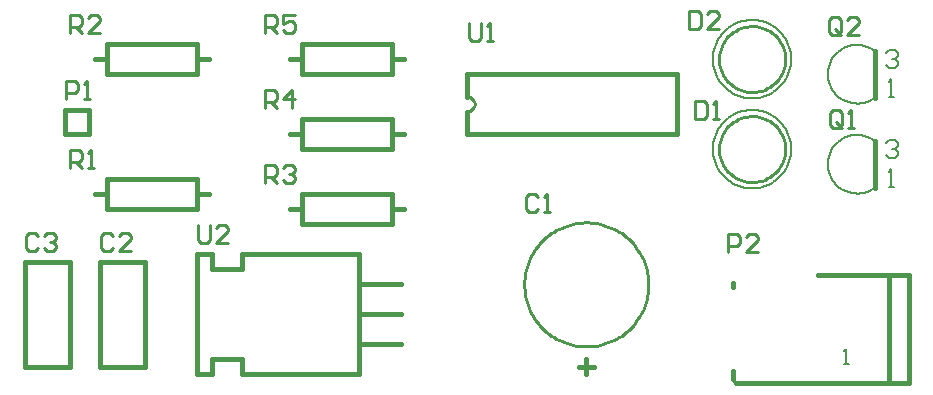
<source format=gto>
G04*
G04 #@! TF.GenerationSoftware,Altium Limited,Altium Designer,24.1.2 (44)*
G04*
G04 Layer_Color=65535*
%FSLAX44Y44*%
%MOMM*%
G71*
G04*
G04 #@! TF.SameCoordinates,46E7BA1B-DEE9-4666-83E5-56E7B7A1CBDE*
G04*
G04*
G04 #@! TF.FilePolarity,Positive*
G04*
G01*
G75*
%ADD10C,0.2500*%
%ADD11C,0.2540*%
%ADD12C,0.1270*%
%ADD13C,0.2000*%
%ADD14C,0.4000*%
%ADD15C,0.2032*%
%ADD16C,0.1500*%
D10*
X1067835Y863346D02*
X1067774Y865882D01*
X1067590Y868413D01*
X1067284Y870932D01*
X1066857Y873433D01*
X1066309Y875910D01*
X1065643Y878358D01*
X1064859Y880771D01*
X1063959Y883143D01*
X1062946Y885470D01*
X1061821Y887744D01*
X1060588Y889961D01*
X1059249Y892117D01*
X1057808Y894205D01*
X1056268Y896221D01*
X1054632Y898160D01*
X1052904Y900018D01*
X1051088Y901790D01*
X1049189Y903473D01*
X1047211Y905061D01*
X1045158Y906553D01*
X1043036Y907943D01*
X1040849Y909229D01*
X1038602Y910408D01*
X1036301Y911478D01*
X1033952Y912434D01*
X1031558Y913277D01*
X1029127Y914002D01*
X1026664Y914609D01*
X1024174Y915097D01*
X1021663Y915463D01*
X1019138Y915708D01*
X1016603Y915831D01*
X1014066D01*
X1011532Y915708D01*
X1009007Y915463D01*
X1006496Y915097D01*
X1004006Y914609D01*
X1001543Y914002D01*
X999111Y913277D01*
X996718Y912434D01*
X994368Y911478D01*
X992067Y910408D01*
X989821Y909229D01*
X987634Y907943D01*
X985511Y906553D01*
X983459Y905061D01*
X981481Y903473D01*
X979582Y901790D01*
X977766Y900018D01*
X976038Y898160D01*
X974402Y896221D01*
X972861Y894205D01*
X971420Y892117D01*
X970081Y889961D01*
X968848Y887744D01*
X967724Y885470D01*
X966711Y883143D01*
X965811Y880771D01*
X965027Y878358D01*
X964360Y875910D01*
X963813Y873433D01*
X963386Y870932D01*
X963080Y868413D01*
X962896Y865882D01*
X962835Y863346D01*
X962896Y860810D01*
X963080Y858279D01*
X963386Y855760D01*
X963813Y853259D01*
X964360Y850782D01*
X965027Y848334D01*
X965811Y845921D01*
X966711Y843549D01*
X967724Y841223D01*
X968848Y838948D01*
X970081Y836731D01*
X971420Y834576D01*
X972861Y832487D01*
X974402Y830471D01*
X976038Y828532D01*
X977766Y826674D01*
X979581Y824902D01*
X981480Y823220D01*
X983459Y821631D01*
X985511Y820139D01*
X987634Y818749D01*
X989821Y817463D01*
X992067Y816284D01*
X994368Y815214D01*
X996718Y814258D01*
X999111Y813416D01*
X1001543Y812690D01*
X1004006Y812083D01*
X1006496Y811596D01*
X1009007Y811229D01*
X1011532Y810984D01*
X1014066Y810861D01*
X1016603Y810861D01*
X1019137Y810984D01*
X1021663Y811229D01*
X1024173Y811595D01*
X1026663Y812083D01*
X1029127Y812690D01*
X1031558Y813416D01*
X1033951Y814258D01*
X1036301Y815214D01*
X1038602Y816284D01*
X1040849Y817463D01*
X1043036Y818749D01*
X1045158Y820139D01*
X1047211Y821631D01*
X1049189Y823219D01*
X1051088Y824902D01*
X1052904Y826674D01*
X1054632Y828532D01*
X1056268Y830471D01*
X1057808Y832487D01*
X1059249Y834575D01*
X1060588Y836730D01*
X1061821Y838948D01*
X1062946Y841222D01*
X1063959Y843548D01*
X1064859Y845921D01*
X1065643Y848334D01*
X1066309Y850782D01*
X1066857Y853259D01*
X1067284Y855760D01*
X1067590Y858279D01*
X1067774Y860809D01*
X1067835Y863346D01*
D11*
X1183640Y1054100D02*
X1183524Y1056641D01*
X1183178Y1059160D01*
X1182604Y1061638D01*
X1181807Y1064053D01*
X1180794Y1066386D01*
X1179573Y1068617D01*
X1178153Y1070728D01*
X1176548Y1072701D01*
X1174771Y1074520D01*
X1172835Y1076169D01*
X1170757Y1077636D01*
X1168554Y1078907D01*
X1166245Y1079974D01*
X1163849Y1080825D01*
X1161385Y1081456D01*
X1158873Y1081859D01*
X1156336Y1082033D01*
X1153793Y1081975D01*
X1151266Y1081686D01*
X1148776Y1081169D01*
X1146344Y1080427D01*
X1143988Y1079467D01*
X1141730Y1078297D01*
X1139588Y1076926D01*
X1137579Y1075366D01*
X1135720Y1073630D01*
X1134027Y1071733D01*
X1132513Y1069689D01*
X1131191Y1067516D01*
X1130073Y1065231D01*
X1129167Y1062855D01*
X1128481Y1060406D01*
X1128020Y1057905D01*
X1127789Y1055372D01*
Y1052828D01*
X1128020Y1050295D01*
X1128481Y1047794D01*
X1129167Y1045345D01*
X1130073Y1042969D01*
X1131191Y1040684D01*
X1132513Y1038511D01*
X1134027Y1036467D01*
X1135720Y1034570D01*
X1137579Y1032834D01*
X1139588Y1031274D01*
X1141730Y1029903D01*
X1143988Y1028733D01*
X1146344Y1027773D01*
X1148776Y1027031D01*
X1151266Y1026514D01*
X1153793Y1026225D01*
X1156336Y1026167D01*
X1158873Y1026341D01*
X1161385Y1026744D01*
X1163848Y1027375D01*
X1166245Y1028226D01*
X1168554Y1029293D01*
X1170757Y1030564D01*
X1172835Y1032031D01*
X1174771Y1033680D01*
X1176548Y1035499D01*
X1178153Y1037472D01*
X1179572Y1039583D01*
X1180794Y1041814D01*
X1181807Y1044146D01*
X1182604Y1046562D01*
X1183178Y1049040D01*
X1183524Y1051559D01*
X1183640Y1054100D01*
X1139190Y783336D02*
X1140202Y780893D01*
X1142645Y779881D01*
X914400Y1009650D02*
X916830Y1010133D01*
X918890Y1011510D01*
X920267Y1013570D01*
X920750Y1016000D01*
X920267Y1018430D01*
X918890Y1020490D01*
X916830Y1021867D01*
X914400Y1022350D01*
X1183640Y977900D02*
X1183524Y980441D01*
X1183178Y982960D01*
X1182604Y985438D01*
X1181807Y987853D01*
X1180794Y990186D01*
X1179573Y992417D01*
X1178153Y994528D01*
X1176548Y996501D01*
X1174771Y998320D01*
X1172835Y999969D01*
X1170757Y1001436D01*
X1168554Y1002708D01*
X1166245Y1003774D01*
X1163849Y1004625D01*
X1161385Y1005256D01*
X1158873Y1005659D01*
X1156336Y1005833D01*
X1153793Y1005775D01*
X1151266Y1005486D01*
X1148776Y1004968D01*
X1146344Y1004227D01*
X1143988Y1003267D01*
X1141730Y1002097D01*
X1139588Y1000726D01*
X1137579Y999166D01*
X1135720Y997430D01*
X1134027Y995533D01*
X1132513Y993489D01*
X1131191Y991316D01*
X1130073Y989031D01*
X1129167Y986655D01*
X1128481Y984206D01*
X1128020Y981704D01*
X1127789Y979172D01*
Y976628D01*
X1128020Y974096D01*
X1128481Y971594D01*
X1129167Y969145D01*
X1130073Y966769D01*
X1131191Y964484D01*
X1132513Y962311D01*
X1134027Y960267D01*
X1135720Y958370D01*
X1137579Y956634D01*
X1139588Y955074D01*
X1141730Y953703D01*
X1143988Y952533D01*
X1146344Y951573D01*
X1148776Y950832D01*
X1151266Y950314D01*
X1153793Y950025D01*
X1156336Y949967D01*
X1158873Y950141D01*
X1161385Y950544D01*
X1163848Y951175D01*
X1166245Y952026D01*
X1168554Y953092D01*
X1170757Y954364D01*
X1172835Y955831D01*
X1174771Y957480D01*
X1176548Y959299D01*
X1178153Y961272D01*
X1179572Y963383D01*
X1180794Y965614D01*
X1181807Y967946D01*
X1182604Y970362D01*
X1183178Y972840D01*
X1183524Y975359D01*
X1183640Y977900D01*
X974341Y937510D02*
X971802Y940049D01*
X966723D01*
X964184Y937510D01*
Y927353D01*
X966723Y924814D01*
X971802D01*
X974341Y927353D01*
X979419Y924814D02*
X984497D01*
X981958D01*
Y940049D01*
X979419Y937510D01*
X550923Y904490D02*
X548383Y907029D01*
X543305D01*
X540766Y904490D01*
Y894333D01*
X543305Y891794D01*
X548383D01*
X550923Y894333D01*
X556001Y904490D02*
X558540Y907029D01*
X563619D01*
X566158Y904490D01*
Y901951D01*
X563619Y899411D01*
X561079D01*
X563619D01*
X566158Y896872D01*
Y894333D01*
X563619Y891794D01*
X558540D01*
X556001Y894333D01*
X1102364Y1094737D02*
Y1079502D01*
X1109982D01*
X1112521Y1082042D01*
Y1092198D01*
X1109982Y1094737D01*
X1102364D01*
X1127756Y1079502D02*
X1117599D01*
X1127756Y1089659D01*
Y1092198D01*
X1125217Y1094737D01*
X1120138D01*
X1117599Y1092198D01*
X574548Y1020572D02*
Y1035807D01*
X582165D01*
X584705Y1033268D01*
Y1028189D01*
X582165Y1025650D01*
X574548D01*
X589783Y1020572D02*
X594861D01*
X592322D01*
Y1035807D01*
X589783Y1033268D01*
X1135380Y890778D02*
Y906013D01*
X1142998D01*
X1145537Y903474D01*
Y898395D01*
X1142998Y895856D01*
X1135380D01*
X1160772Y890778D02*
X1150615D01*
X1160772Y900935D01*
Y903474D01*
X1158233Y906013D01*
X1153154D01*
X1150615Y903474D01*
X1231389Y1077467D02*
Y1087624D01*
X1228849Y1090163D01*
X1223771D01*
X1221232Y1087624D01*
Y1077467D01*
X1223771Y1074928D01*
X1228849D01*
X1226310Y1080006D02*
X1231389Y1074928D01*
X1228849D02*
X1231389Y1077467D01*
X1246624Y1074928D02*
X1236467D01*
X1246624Y1085085D01*
Y1087624D01*
X1244085Y1090163D01*
X1239006D01*
X1236467Y1087624D01*
X742950Y1075944D02*
Y1091179D01*
X750567D01*
X753107Y1088640D01*
Y1083561D01*
X750567Y1081022D01*
X742950D01*
X748028D02*
X753107Y1075944D01*
X768342Y1091179D02*
X758185D01*
Y1083561D01*
X763263Y1086101D01*
X765803D01*
X768342Y1083561D01*
Y1078483D01*
X765803Y1075944D01*
X760724D01*
X758185Y1078483D01*
X915670Y1084321D02*
Y1071625D01*
X918209Y1069086D01*
X923288D01*
X925827Y1071625D01*
Y1084321D01*
X930905Y1069086D02*
X935983D01*
X933444D01*
Y1084321D01*
X930905Y1081782D01*
X686816Y913379D02*
Y900683D01*
X689355Y898144D01*
X694434D01*
X696973Y900683D01*
Y913379D01*
X712208Y898144D02*
X702051D01*
X712208Y908301D01*
Y910840D01*
X709669Y913379D01*
X704590D01*
X702051Y910840D01*
X577850Y1075944D02*
Y1091179D01*
X585467D01*
X588007Y1088640D01*
Y1083561D01*
X585467Y1081022D01*
X577850D01*
X582928D02*
X588007Y1075944D01*
X603242D02*
X593085D01*
X603242Y1086101D01*
Y1088640D01*
X600703Y1091179D01*
X595624D01*
X593085Y1088640D01*
X742950Y1012444D02*
Y1027679D01*
X750567D01*
X753107Y1025140D01*
Y1020061D01*
X750567Y1017522D01*
X742950D01*
X748028D02*
X753107Y1012444D01*
X765803D02*
Y1027679D01*
X758185Y1020061D01*
X768342D01*
X742950Y948944D02*
Y964179D01*
X750567D01*
X753107Y961640D01*
Y956562D01*
X750567Y954022D01*
X742950D01*
X748028D02*
X753107Y948944D01*
X758185Y961640D02*
X760724Y964179D01*
X765803D01*
X768342Y961640D01*
Y959101D01*
X765803Y956562D01*
X763263D01*
X765803D01*
X768342Y954022D01*
Y951483D01*
X765803Y948944D01*
X760724D01*
X758185Y951483D01*
X577850Y961644D02*
Y976879D01*
X585467D01*
X588007Y974340D01*
Y969261D01*
X585467Y966722D01*
X577850D01*
X582928D02*
X588007Y961644D01*
X593085D02*
X598163D01*
X595624D01*
Y976879D01*
X593085Y974340D01*
X1231900Y998222D02*
Y1008378D01*
X1229361Y1010918D01*
X1224283D01*
X1221743Y1008378D01*
Y998222D01*
X1224283Y995683D01*
X1229361D01*
X1226822Y1000761D02*
X1231900Y995683D01*
X1229361D02*
X1231900Y998222D01*
X1236978Y995683D02*
X1242057D01*
X1239518D01*
Y1010918D01*
X1236978Y1008378D01*
X1107443Y1018538D02*
Y1003303D01*
X1115061D01*
X1117600Y1005842D01*
Y1015998D01*
X1115061Y1018538D01*
X1107443D01*
X1122678Y1003303D02*
X1127757D01*
X1125218D01*
Y1018538D01*
X1122678Y1015998D01*
X614423Y904490D02*
X611884Y907029D01*
X606805D01*
X604266Y904490D01*
Y894333D01*
X606805Y891794D01*
X611884D01*
X614423Y894333D01*
X629658Y891794D02*
X619501D01*
X629658Y901951D01*
Y904490D01*
X627119Y907029D01*
X622040D01*
X619501Y904490D01*
D12*
X1188818Y1054100D02*
X1188720Y1056635D01*
X1188429Y1059155D01*
X1187946Y1061646D01*
X1187274Y1064092D01*
X1186417Y1066480D01*
X1185379Y1068795D01*
X1184167Y1071024D01*
X1182788Y1073153D01*
X1181250Y1075171D01*
X1179562Y1077065D01*
X1177734Y1078824D01*
X1175777Y1080438D01*
X1173702Y1081898D01*
X1171521Y1083194D01*
X1169247Y1084320D01*
X1166894Y1085268D01*
X1164475Y1086034D01*
X1162005Y1086612D01*
X1159498Y1086999D01*
X1156969Y1087193D01*
X1154432D01*
X1151902Y1086999D01*
X1149395Y1086612D01*
X1146925Y1086034D01*
X1144506Y1085268D01*
X1142153Y1084320D01*
X1139879Y1083194D01*
X1137698Y1081898D01*
X1135623Y1080438D01*
X1133666Y1078824D01*
X1131838Y1077065D01*
X1130150Y1075171D01*
X1128612Y1073153D01*
X1127233Y1071024D01*
X1126021Y1068795D01*
X1124983Y1066480D01*
X1124126Y1064092D01*
X1123454Y1061646D01*
X1122971Y1059155D01*
X1122680Y1056635D01*
X1122582Y1054100D01*
X1122680Y1051565D01*
X1122971Y1049045D01*
X1123454Y1046554D01*
X1124126Y1044108D01*
X1124983Y1041720D01*
X1126021Y1039405D01*
X1127233Y1037176D01*
X1128612Y1035047D01*
X1130150Y1033029D01*
X1131838Y1031135D01*
X1133666Y1029376D01*
X1135623Y1027762D01*
X1137698Y1026302D01*
X1139879Y1025006D01*
X1142153Y1023880D01*
X1144506Y1022932D01*
X1146925Y1022166D01*
X1149395Y1021588D01*
X1151902Y1021201D01*
X1154432Y1021007D01*
X1156969D01*
X1159498Y1021201D01*
X1162005Y1021588D01*
X1164476Y1022166D01*
X1166894Y1022932D01*
X1169247Y1023880D01*
X1171521Y1025006D01*
X1173702Y1026302D01*
X1175777Y1027762D01*
X1177734Y1029376D01*
X1179562Y1031135D01*
X1181250Y1033029D01*
X1182788Y1035047D01*
X1184167Y1037176D01*
X1185379Y1039405D01*
X1186417Y1041720D01*
X1187274Y1044108D01*
X1187946Y1046554D01*
X1188429Y1049045D01*
X1188720Y1051565D01*
X1188818Y1054100D01*
Y977900D02*
X1188720Y980435D01*
X1188429Y982955D01*
X1187946Y985446D01*
X1187274Y987892D01*
X1186417Y990280D01*
X1185379Y992595D01*
X1184167Y994824D01*
X1182788Y996953D01*
X1181250Y998971D01*
X1179562Y1000865D01*
X1177734Y1002624D01*
X1175777Y1004238D01*
X1173702Y1005698D01*
X1171521Y1006994D01*
X1169247Y1008120D01*
X1166894Y1009068D01*
X1164475Y1009834D01*
X1162005Y1010412D01*
X1159498Y1010799D01*
X1156969Y1010993D01*
X1154432D01*
X1151902Y1010799D01*
X1149395Y1010412D01*
X1146925Y1009834D01*
X1144506Y1009068D01*
X1142153Y1008120D01*
X1139879Y1006994D01*
X1137698Y1005698D01*
X1135623Y1004238D01*
X1133666Y1002624D01*
X1131838Y1000865D01*
X1130150Y998971D01*
X1128612Y996953D01*
X1127233Y994824D01*
X1126021Y992595D01*
X1124983Y990280D01*
X1124126Y987892D01*
X1123454Y985446D01*
X1122971Y982955D01*
X1122680Y980435D01*
X1122582Y977900D01*
X1122680Y975365D01*
X1122971Y972845D01*
X1123454Y970354D01*
X1124126Y967908D01*
X1124983Y965520D01*
X1126021Y963205D01*
X1127233Y960976D01*
X1128612Y958847D01*
X1130150Y956829D01*
X1131838Y954935D01*
X1133666Y953176D01*
X1135623Y951562D01*
X1137698Y950102D01*
X1139879Y948806D01*
X1142153Y947680D01*
X1144506Y946732D01*
X1146925Y945966D01*
X1149395Y945388D01*
X1151902Y945001D01*
X1154432Y944807D01*
X1156969D01*
X1159498Y945001D01*
X1162005Y945388D01*
X1164476Y945966D01*
X1166894Y946732D01*
X1169247Y947680D01*
X1171521Y948806D01*
X1173702Y950102D01*
X1175777Y951562D01*
X1177734Y953176D01*
X1179562Y954935D01*
X1181250Y956829D01*
X1182788Y958847D01*
X1184167Y960976D01*
X1185379Y963205D01*
X1186417Y965520D01*
X1187274Y967908D01*
X1187946Y970354D01*
X1188429Y972845D01*
X1188720Y975365D01*
X1188818Y977900D01*
D13*
X1259600Y1061200D02*
X1257480Y1062640D01*
X1255223Y1063854D01*
X1252853Y1064829D01*
X1250395Y1065555D01*
X1247876Y1066023D01*
X1245321Y1066230D01*
X1242759Y1066172D01*
X1240217Y1065850D01*
X1237721Y1065269D01*
X1235298Y1064433D01*
X1232975Y1063352D01*
X1230775Y1062037D01*
X1228722Y1060503D01*
X1226838Y1058765D01*
X1225144Y1056843D01*
X1223656Y1054756D01*
X1222391Y1052527D01*
X1221363Y1050180D01*
X1220582Y1047739D01*
X1220057Y1045230D01*
X1219793Y1042681D01*
Y1040119D01*
X1220057Y1037570D01*
X1220582Y1035061D01*
X1221363Y1032620D01*
X1222391Y1030273D01*
X1223656Y1028044D01*
X1225144Y1025957D01*
X1226838Y1024035D01*
X1228722Y1022297D01*
X1230775Y1020763D01*
X1232975Y1019448D01*
X1235298Y1018367D01*
X1237721Y1017531D01*
X1240217Y1016950D01*
X1242759Y1016628D01*
X1245321Y1016570D01*
X1247876Y1016777D01*
X1250395Y1017245D01*
X1252853Y1017971D01*
X1255223Y1018946D01*
X1257480Y1020160D01*
X1259600Y1021600D01*
Y985000D02*
X1257480Y986440D01*
X1255223Y987654D01*
X1252853Y988629D01*
X1250395Y989355D01*
X1247876Y989823D01*
X1245321Y990030D01*
X1242759Y989972D01*
X1240217Y989650D01*
X1237721Y989069D01*
X1235298Y988233D01*
X1232975Y987152D01*
X1230775Y985837D01*
X1228722Y984303D01*
X1226838Y982565D01*
X1225144Y980643D01*
X1223656Y978556D01*
X1222391Y976327D01*
X1221363Y973980D01*
X1220582Y971539D01*
X1220057Y969031D01*
X1219793Y966481D01*
Y963919D01*
X1220057Y961369D01*
X1220582Y958861D01*
X1221363Y956420D01*
X1222391Y954073D01*
X1223656Y951844D01*
X1225144Y949757D01*
X1226838Y947835D01*
X1228722Y946097D01*
X1230775Y944563D01*
X1232975Y943248D01*
X1235298Y942167D01*
X1237721Y941331D01*
X1240217Y940750D01*
X1242759Y940428D01*
X1245321Y940370D01*
X1247876Y940577D01*
X1250395Y941045D01*
X1252853Y941771D01*
X1255223Y942746D01*
X1257480Y943960D01*
X1259600Y945400D01*
D14*
X1008985Y793496D02*
X1021685D01*
X1015335Y787146D02*
Y799846D01*
X539750Y793750D02*
Y882650D01*
X577850Y793750D02*
Y882650D01*
X539750Y793750D02*
X577850D01*
X539750Y882650D02*
X577850D01*
X574040Y990600D02*
X594360D01*
X574040Y1010920D02*
X594360D01*
X574040Y990600D02*
Y1010920D01*
X594360Y990600D02*
Y1010920D01*
X1142137Y779738D02*
X1282944D01*
X1271500Y780500D02*
Y870750D01*
X1211580Y871728D02*
X1288288D01*
X1139444Y860806D02*
Y864616D01*
X1139190Y783336D02*
Y790194D01*
X1288288Y779738D02*
Y871728D01*
X1282192Y779738D02*
X1288288D01*
X1259600Y1021600D02*
Y1061200D01*
X774700Y1066800D02*
X850900D01*
X774700Y1041400D02*
X850900D01*
X764286Y1054100D02*
X774700D01*
X851154D02*
X861060D01*
X774700Y1041400D02*
Y1066800D01*
X850900Y1041400D02*
Y1066800D01*
X914400Y990600D02*
Y1009650D01*
Y1022350D02*
Y1041400D01*
X1092200Y990600D02*
Y1041400D01*
X914400D02*
X1092200D01*
X914400Y990600D02*
X1092200D01*
X698500Y787400D02*
Y800100D01*
X723900Y787400D02*
Y800100D01*
X822706Y787400D02*
Y889000D01*
X698500Y876300D02*
Y889000D01*
X685800Y787400D02*
Y889000D01*
X822706Y863600D02*
X858266D01*
X822706Y838200D02*
X858266D01*
X822706Y812800D02*
X858266D01*
X685800Y787400D02*
X698500D01*
Y800100D02*
X723900D01*
X724662Y787400D02*
X822706D01*
X698500Y876300D02*
X723900D01*
X685800Y889000D02*
X698500D01*
X723900Y876300D02*
Y889000D01*
X822706D01*
X609600Y1041400D02*
X685800D01*
X609600Y1066800D02*
X685800D01*
Y1054100D02*
X696214D01*
X599440D02*
X609346D01*
X685800Y1041400D02*
Y1066800D01*
X609600Y1041400D02*
Y1066800D01*
X1259600Y945400D02*
Y985000D01*
X774700Y977900D02*
Y1003300D01*
X850900Y977900D02*
Y1003300D01*
X764540Y990600D02*
X774446D01*
X850900D02*
X861314D01*
X774700Y1003300D02*
X850900D01*
X774700Y977900D02*
X850900D01*
X774700Y914400D02*
Y939800D01*
X850900Y914400D02*
Y939800D01*
X764540Y927100D02*
X774446D01*
X850900D02*
X861314D01*
X774700Y939800D02*
X850900D01*
X774700Y914400D02*
X850900D01*
X685800Y927100D02*
Y952500D01*
X609600Y927100D02*
Y952500D01*
X686054Y939800D02*
X695960D01*
X599186D02*
X609600D01*
Y927100D02*
X685800D01*
X609600Y952500D02*
X685800D01*
X603250Y882650D02*
X641350D01*
X603250Y793750D02*
X641350D01*
Y882650D01*
X603250Y793750D02*
Y882650D01*
D15*
X1233170Y796290D02*
X1237402D01*
X1235286D01*
Y808986D01*
X1233170Y806870D01*
D16*
X1268900Y1058996D02*
X1271399Y1061495D01*
X1276398D01*
X1278897Y1058996D01*
Y1056497D01*
X1276398Y1053998D01*
X1273898D01*
X1276398D01*
X1278897Y1051498D01*
Y1048999D01*
X1276398Y1046500D01*
X1271399D01*
X1268900Y1048999D01*
X1271200Y1022400D02*
X1276198D01*
X1273699D01*
Y1037395D01*
X1271200Y1034896D01*
Y946200D02*
X1276198D01*
X1273699D01*
Y961195D01*
X1271200Y958696D01*
X1268900Y982796D02*
X1271399Y985295D01*
X1276398D01*
X1278897Y982796D01*
Y980297D01*
X1276398Y977798D01*
X1273898D01*
X1276398D01*
X1278897Y975298D01*
Y972799D01*
X1276398Y970300D01*
X1271399D01*
X1268900Y972799D01*
M02*

</source>
